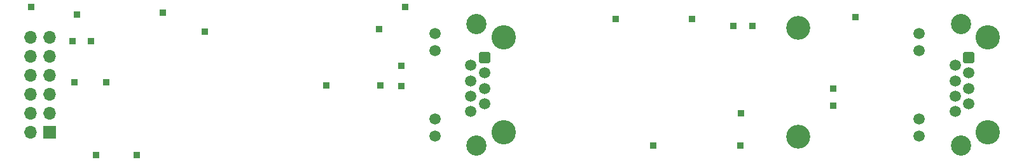
<source format=gbr>
%TF.GenerationSoftware,KiCad,Pcbnew,8.0.1*%
%TF.CreationDate,2024-07-22T07:52:40-07:00*%
%TF.ProjectId,PMOD_differential_driver,504d4f44-5f64-4696-9666-6572656e7469,1*%
%TF.SameCoordinates,Original*%
%TF.FileFunction,Soldermask,Bot*%
%TF.FilePolarity,Negative*%
%FSLAX46Y46*%
G04 Gerber Fmt 4.6, Leading zero omitted, Abs format (unit mm)*
G04 Created by KiCad (PCBNEW 8.0.1) date 2024-07-22 07:52:40*
%MOMM*%
%LPD*%
G01*
G04 APERTURE LIST*
G04 Aperture macros list*
%AMRoundRect*
0 Rectangle with rounded corners*
0 $1 Rounding radius*
0 $2 $3 $4 $5 $6 $7 $8 $9 X,Y pos of 4 corners*
0 Add a 4 corners polygon primitive as box body*
4,1,4,$2,$3,$4,$5,$6,$7,$8,$9,$2,$3,0*
0 Add four circle primitives for the rounded corners*
1,1,$1+$1,$2,$3*
1,1,$1+$1,$4,$5*
1,1,$1+$1,$6,$7*
1,1,$1+$1,$8,$9*
0 Add four rect primitives between the rounded corners*
20,1,$1+$1,$2,$3,$4,$5,0*
20,1,$1+$1,$4,$5,$6,$7,0*
20,1,$1+$1,$6,$7,$8,$9,0*
20,1,$1+$1,$8,$9,$2,$3,0*%
G04 Aperture macros list end*
%ADD10C,3.200000*%
%ADD11R,0.850000X0.850000*%
%ADD12C,3.250000*%
%ADD13RoundRect,0.250000X0.500000X-0.500000X0.500000X0.500000X-0.500000X0.500000X-0.500000X-0.500000X0*%
%ADD14C,1.500000*%
%ADD15C,2.700000*%
%ADD16R,1.700000X1.700000*%
%ADD17O,1.700000X1.700000*%
G04 APERTURE END LIST*
D10*
%TO.C,H2*%
X222250000Y-60960000D03*
%TD*%
D11*
%TO.C,TP19*%
X128117600Y-62738000D03*
%TD*%
%TO.C,TP13*%
X120142000Y-58166000D03*
%TD*%
%TO.C,TP15*%
X143256000Y-61468000D03*
%TD*%
%TO.C,TP10*%
X226923600Y-69088000D03*
%TD*%
%TO.C,TP26*%
X208076800Y-59791600D03*
%TD*%
%TO.C,TP17*%
X126238000Y-59182000D03*
%TD*%
%TO.C,TP25*%
X214553800Y-76784200D03*
%TD*%
%TO.C,TP1*%
X166497000Y-61188600D03*
%TD*%
D12*
%TO.C,J2*%
X183009933Y-62229998D03*
X183009933Y-74929998D03*
D13*
X180469933Y-65009998D03*
D14*
X178689933Y-66029998D03*
X180469933Y-67049998D03*
X178689933Y-68069998D03*
X180469933Y-69089998D03*
X178689933Y-70109998D03*
X180469933Y-71129998D03*
X178689933Y-72149998D03*
X173869933Y-61719998D03*
X173869933Y-64009998D03*
X173869933Y-73149998D03*
X173869933Y-75439998D03*
D15*
X179449933Y-60449998D03*
X179449933Y-76709998D03*
%TD*%
D11*
%TO.C,TP4*%
X166598600Y-68732400D03*
%TD*%
%TO.C,TP3*%
X169392600Y-68757800D03*
%TD*%
%TO.C,TP18*%
X125653800Y-62738000D03*
%TD*%
%TO.C,TP24*%
X202971400Y-76784200D03*
%TD*%
%TO.C,TP5*%
X197967600Y-59791600D03*
%TD*%
%TO.C,TP12*%
X214655400Y-72415400D03*
%TD*%
%TO.C,TP9*%
X229895400Y-59563000D03*
%TD*%
D16*
%TO.C,J1*%
X122632600Y-74930000D03*
D17*
X122632600Y-72390000D03*
X122632600Y-69850000D03*
X122632600Y-67310000D03*
X122632600Y-64770000D03*
X122632600Y-62230000D03*
X120092600Y-74930000D03*
X120092600Y-72390000D03*
X120092600Y-69850000D03*
X120092600Y-67310000D03*
X120092600Y-64770000D03*
X120092600Y-62230000D03*
%TD*%
D11*
%TO.C,TP2*%
X169443400Y-66065400D03*
%TD*%
%TO.C,TP21*%
X137693400Y-58928000D03*
%TD*%
%TO.C,TP7*%
X216154000Y-60731400D03*
%TD*%
D10*
%TO.C,H1*%
X222250000Y-75565000D03*
%TD*%
D11*
%TO.C,TP14*%
X128803400Y-78003400D03*
%TD*%
%TO.C,TP6*%
X159435800Y-68707000D03*
%TD*%
%TO.C,TP23*%
X169951400Y-58191400D03*
%TD*%
%TO.C,TP8*%
X213639400Y-60731400D03*
%TD*%
%TO.C,TP16*%
X125933200Y-68275200D03*
%TD*%
D12*
%TO.C,J3*%
X247456000Y-62229997D03*
X247456000Y-74929997D03*
D13*
X244916000Y-65009997D03*
D14*
X243136000Y-66029997D03*
X244916000Y-67049997D03*
X243136000Y-68069997D03*
X244916000Y-69089997D03*
X243136000Y-70109998D03*
X244916000Y-71129998D03*
X243136000Y-72149996D03*
X238316000Y-61719997D03*
X238316000Y-64009997D03*
X238316000Y-73149997D03*
X238316000Y-75439997D03*
D15*
X243896000Y-60449997D03*
X243896000Y-76709997D03*
%TD*%
D11*
%TO.C,TP22*%
X134188200Y-77978000D03*
%TD*%
%TO.C,TP20*%
X130149600Y-68300600D03*
%TD*%
%TO.C,TP11*%
X226949000Y-71374000D03*
%TD*%
M02*

</source>
